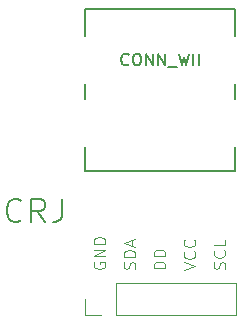
<source format=gbr>
%TF.GenerationSoftware,KiCad,Pcbnew,9.0.0*%
%TF.CreationDate,2025-10-27T19:43:47+01:00*%
%TF.ProjectId,wii_breakout_mount,7769695f-6272-4656-916b-6f75745f6d6f,rev?*%
%TF.SameCoordinates,Original*%
%TF.FileFunction,Legend,Top*%
%TF.FilePolarity,Positive*%
%FSLAX46Y46*%
G04 Gerber Fmt 4.6, Leading zero omitted, Abs format (unit mm)*
G04 Created by KiCad (PCBNEW 9.0.0) date 2025-10-27 19:43:47*
%MOMM*%
%LPD*%
G01*
G04 APERTURE LIST*
%ADD10C,0.100000*%
%ADD11C,0.150000*%
%ADD12C,0.120000*%
G04 APERTURE END LIST*
D10*
X120951919Y-70274572D02*
X121951919Y-69941239D01*
X121951919Y-69941239D02*
X120951919Y-69607906D01*
X121856680Y-68703144D02*
X121904300Y-68750763D01*
X121904300Y-68750763D02*
X121951919Y-68893620D01*
X121951919Y-68893620D02*
X121951919Y-68988858D01*
X121951919Y-68988858D02*
X121904300Y-69131715D01*
X121904300Y-69131715D02*
X121809061Y-69226953D01*
X121809061Y-69226953D02*
X121713823Y-69274572D01*
X121713823Y-69274572D02*
X121523347Y-69322191D01*
X121523347Y-69322191D02*
X121380490Y-69322191D01*
X121380490Y-69322191D02*
X121190014Y-69274572D01*
X121190014Y-69274572D02*
X121094776Y-69226953D01*
X121094776Y-69226953D02*
X120999538Y-69131715D01*
X120999538Y-69131715D02*
X120951919Y-68988858D01*
X120951919Y-68988858D02*
X120951919Y-68893620D01*
X120951919Y-68893620D02*
X120999538Y-68750763D01*
X120999538Y-68750763D02*
X121047157Y-68703144D01*
X121856680Y-67703144D02*
X121904300Y-67750763D01*
X121904300Y-67750763D02*
X121951919Y-67893620D01*
X121951919Y-67893620D02*
X121951919Y-67988858D01*
X121951919Y-67988858D02*
X121904300Y-68131715D01*
X121904300Y-68131715D02*
X121809061Y-68226953D01*
X121809061Y-68226953D02*
X121713823Y-68274572D01*
X121713823Y-68274572D02*
X121523347Y-68322191D01*
X121523347Y-68322191D02*
X121380490Y-68322191D01*
X121380490Y-68322191D02*
X121190014Y-68274572D01*
X121190014Y-68274572D02*
X121094776Y-68226953D01*
X121094776Y-68226953D02*
X120999538Y-68131715D01*
X120999538Y-68131715D02*
X120951919Y-67988858D01*
X120951919Y-67988858D02*
X120951919Y-67893620D01*
X120951919Y-67893620D02*
X120999538Y-67750763D01*
X120999538Y-67750763D02*
X121047157Y-67703144D01*
X116824300Y-70179334D02*
X116871919Y-70036477D01*
X116871919Y-70036477D02*
X116871919Y-69798382D01*
X116871919Y-69798382D02*
X116824300Y-69703144D01*
X116824300Y-69703144D02*
X116776680Y-69655525D01*
X116776680Y-69655525D02*
X116681442Y-69607906D01*
X116681442Y-69607906D02*
X116586204Y-69607906D01*
X116586204Y-69607906D02*
X116490966Y-69655525D01*
X116490966Y-69655525D02*
X116443347Y-69703144D01*
X116443347Y-69703144D02*
X116395728Y-69798382D01*
X116395728Y-69798382D02*
X116348109Y-69988858D01*
X116348109Y-69988858D02*
X116300490Y-70084096D01*
X116300490Y-70084096D02*
X116252871Y-70131715D01*
X116252871Y-70131715D02*
X116157633Y-70179334D01*
X116157633Y-70179334D02*
X116062395Y-70179334D01*
X116062395Y-70179334D02*
X115967157Y-70131715D01*
X115967157Y-70131715D02*
X115919538Y-70084096D01*
X115919538Y-70084096D02*
X115871919Y-69988858D01*
X115871919Y-69988858D02*
X115871919Y-69750763D01*
X115871919Y-69750763D02*
X115919538Y-69607906D01*
X116871919Y-69179334D02*
X115871919Y-69179334D01*
X115871919Y-69179334D02*
X115871919Y-68941239D01*
X115871919Y-68941239D02*
X115919538Y-68798382D01*
X115919538Y-68798382D02*
X116014776Y-68703144D01*
X116014776Y-68703144D02*
X116110014Y-68655525D01*
X116110014Y-68655525D02*
X116300490Y-68607906D01*
X116300490Y-68607906D02*
X116443347Y-68607906D01*
X116443347Y-68607906D02*
X116633823Y-68655525D01*
X116633823Y-68655525D02*
X116729061Y-68703144D01*
X116729061Y-68703144D02*
X116824300Y-68798382D01*
X116824300Y-68798382D02*
X116871919Y-68941239D01*
X116871919Y-68941239D02*
X116871919Y-69179334D01*
X116586204Y-68226953D02*
X116586204Y-67750763D01*
X116871919Y-68322191D02*
X115871919Y-67988858D01*
X115871919Y-67988858D02*
X116871919Y-67655525D01*
X124444300Y-70179334D02*
X124491919Y-70036477D01*
X124491919Y-70036477D02*
X124491919Y-69798382D01*
X124491919Y-69798382D02*
X124444300Y-69703144D01*
X124444300Y-69703144D02*
X124396680Y-69655525D01*
X124396680Y-69655525D02*
X124301442Y-69607906D01*
X124301442Y-69607906D02*
X124206204Y-69607906D01*
X124206204Y-69607906D02*
X124110966Y-69655525D01*
X124110966Y-69655525D02*
X124063347Y-69703144D01*
X124063347Y-69703144D02*
X124015728Y-69798382D01*
X124015728Y-69798382D02*
X123968109Y-69988858D01*
X123968109Y-69988858D02*
X123920490Y-70084096D01*
X123920490Y-70084096D02*
X123872871Y-70131715D01*
X123872871Y-70131715D02*
X123777633Y-70179334D01*
X123777633Y-70179334D02*
X123682395Y-70179334D01*
X123682395Y-70179334D02*
X123587157Y-70131715D01*
X123587157Y-70131715D02*
X123539538Y-70084096D01*
X123539538Y-70084096D02*
X123491919Y-69988858D01*
X123491919Y-69988858D02*
X123491919Y-69750763D01*
X123491919Y-69750763D02*
X123539538Y-69607906D01*
X124396680Y-68607906D02*
X124444300Y-68655525D01*
X124444300Y-68655525D02*
X124491919Y-68798382D01*
X124491919Y-68798382D02*
X124491919Y-68893620D01*
X124491919Y-68893620D02*
X124444300Y-69036477D01*
X124444300Y-69036477D02*
X124349061Y-69131715D01*
X124349061Y-69131715D02*
X124253823Y-69179334D01*
X124253823Y-69179334D02*
X124063347Y-69226953D01*
X124063347Y-69226953D02*
X123920490Y-69226953D01*
X123920490Y-69226953D02*
X123730014Y-69179334D01*
X123730014Y-69179334D02*
X123634776Y-69131715D01*
X123634776Y-69131715D02*
X123539538Y-69036477D01*
X123539538Y-69036477D02*
X123491919Y-68893620D01*
X123491919Y-68893620D02*
X123491919Y-68798382D01*
X123491919Y-68798382D02*
X123539538Y-68655525D01*
X123539538Y-68655525D02*
X123587157Y-68607906D01*
X124491919Y-67703144D02*
X124491919Y-68179334D01*
X124491919Y-68179334D02*
X123491919Y-68179334D01*
X119411919Y-70131715D02*
X118411919Y-70131715D01*
X118411919Y-70131715D02*
X118411919Y-69893620D01*
X118411919Y-69893620D02*
X118459538Y-69750763D01*
X118459538Y-69750763D02*
X118554776Y-69655525D01*
X118554776Y-69655525D02*
X118650014Y-69607906D01*
X118650014Y-69607906D02*
X118840490Y-69560287D01*
X118840490Y-69560287D02*
X118983347Y-69560287D01*
X118983347Y-69560287D02*
X119173823Y-69607906D01*
X119173823Y-69607906D02*
X119269061Y-69655525D01*
X119269061Y-69655525D02*
X119364300Y-69750763D01*
X119364300Y-69750763D02*
X119411919Y-69893620D01*
X119411919Y-69893620D02*
X119411919Y-70131715D01*
X119411919Y-69131715D02*
X118411919Y-69131715D01*
X118411919Y-69131715D02*
X118411919Y-68893620D01*
X118411919Y-68893620D02*
X118459538Y-68750763D01*
X118459538Y-68750763D02*
X118554776Y-68655525D01*
X118554776Y-68655525D02*
X118650014Y-68607906D01*
X118650014Y-68607906D02*
X118840490Y-68560287D01*
X118840490Y-68560287D02*
X118983347Y-68560287D01*
X118983347Y-68560287D02*
X119173823Y-68607906D01*
X119173823Y-68607906D02*
X119269061Y-68655525D01*
X119269061Y-68655525D02*
X119364300Y-68750763D01*
X119364300Y-68750763D02*
X119411919Y-68893620D01*
X119411919Y-68893620D02*
X119411919Y-69131715D01*
X113379538Y-69607906D02*
X113331919Y-69703144D01*
X113331919Y-69703144D02*
X113331919Y-69846001D01*
X113331919Y-69846001D02*
X113379538Y-69988858D01*
X113379538Y-69988858D02*
X113474776Y-70084096D01*
X113474776Y-70084096D02*
X113570014Y-70131715D01*
X113570014Y-70131715D02*
X113760490Y-70179334D01*
X113760490Y-70179334D02*
X113903347Y-70179334D01*
X113903347Y-70179334D02*
X114093823Y-70131715D01*
X114093823Y-70131715D02*
X114189061Y-70084096D01*
X114189061Y-70084096D02*
X114284300Y-69988858D01*
X114284300Y-69988858D02*
X114331919Y-69846001D01*
X114331919Y-69846001D02*
X114331919Y-69750763D01*
X114331919Y-69750763D02*
X114284300Y-69607906D01*
X114284300Y-69607906D02*
X114236680Y-69560287D01*
X114236680Y-69560287D02*
X113903347Y-69560287D01*
X113903347Y-69560287D02*
X113903347Y-69750763D01*
X114331919Y-69131715D02*
X113331919Y-69131715D01*
X113331919Y-69131715D02*
X114331919Y-68560287D01*
X114331919Y-68560287D02*
X113331919Y-68560287D01*
X114331919Y-68084096D02*
X113331919Y-68084096D01*
X113331919Y-68084096D02*
X113331919Y-67846001D01*
X113331919Y-67846001D02*
X113379538Y-67703144D01*
X113379538Y-67703144D02*
X113474776Y-67607906D01*
X113474776Y-67607906D02*
X113570014Y-67560287D01*
X113570014Y-67560287D02*
X113760490Y-67512668D01*
X113760490Y-67512668D02*
X113903347Y-67512668D01*
X113903347Y-67512668D02*
X114093823Y-67560287D01*
X114093823Y-67560287D02*
X114189061Y-67607906D01*
X114189061Y-67607906D02*
X114284300Y-67703144D01*
X114284300Y-67703144D02*
X114331919Y-67846001D01*
X114331919Y-67846001D02*
X114331919Y-68084096D01*
D11*
X107217731Y-66056961D02*
X107122493Y-66152200D01*
X107122493Y-66152200D02*
X106836779Y-66247438D01*
X106836779Y-66247438D02*
X106646303Y-66247438D01*
X106646303Y-66247438D02*
X106360588Y-66152200D01*
X106360588Y-66152200D02*
X106170112Y-65961723D01*
X106170112Y-65961723D02*
X106074874Y-65771247D01*
X106074874Y-65771247D02*
X105979636Y-65390295D01*
X105979636Y-65390295D02*
X105979636Y-65104580D01*
X105979636Y-65104580D02*
X106074874Y-64723628D01*
X106074874Y-64723628D02*
X106170112Y-64533152D01*
X106170112Y-64533152D02*
X106360588Y-64342676D01*
X106360588Y-64342676D02*
X106646303Y-64247438D01*
X106646303Y-64247438D02*
X106836779Y-64247438D01*
X106836779Y-64247438D02*
X107122493Y-64342676D01*
X107122493Y-64342676D02*
X107217731Y-64437914D01*
X109217731Y-66247438D02*
X108551064Y-65295057D01*
X108074874Y-66247438D02*
X108074874Y-64247438D01*
X108074874Y-64247438D02*
X108836779Y-64247438D01*
X108836779Y-64247438D02*
X109027255Y-64342676D01*
X109027255Y-64342676D02*
X109122493Y-64437914D01*
X109122493Y-64437914D02*
X109217731Y-64628390D01*
X109217731Y-64628390D02*
X109217731Y-64914104D01*
X109217731Y-64914104D02*
X109122493Y-65104580D01*
X109122493Y-65104580D02*
X109027255Y-65199819D01*
X109027255Y-65199819D02*
X108836779Y-65295057D01*
X108836779Y-65295057D02*
X108074874Y-65295057D01*
X110646303Y-64247438D02*
X110646303Y-65676009D01*
X110646303Y-65676009D02*
X110551064Y-65961723D01*
X110551064Y-65961723D02*
X110360588Y-66152200D01*
X110360588Y-66152200D02*
X110074874Y-66247438D01*
X110074874Y-66247438D02*
X109884398Y-66247438D01*
X116309524Y-52859580D02*
X116261905Y-52907200D01*
X116261905Y-52907200D02*
X116119048Y-52954819D01*
X116119048Y-52954819D02*
X116023810Y-52954819D01*
X116023810Y-52954819D02*
X115880953Y-52907200D01*
X115880953Y-52907200D02*
X115785715Y-52811961D01*
X115785715Y-52811961D02*
X115738096Y-52716723D01*
X115738096Y-52716723D02*
X115690477Y-52526247D01*
X115690477Y-52526247D02*
X115690477Y-52383390D01*
X115690477Y-52383390D02*
X115738096Y-52192914D01*
X115738096Y-52192914D02*
X115785715Y-52097676D01*
X115785715Y-52097676D02*
X115880953Y-52002438D01*
X115880953Y-52002438D02*
X116023810Y-51954819D01*
X116023810Y-51954819D02*
X116119048Y-51954819D01*
X116119048Y-51954819D02*
X116261905Y-52002438D01*
X116261905Y-52002438D02*
X116309524Y-52050057D01*
X116928572Y-51954819D02*
X117119048Y-51954819D01*
X117119048Y-51954819D02*
X117214286Y-52002438D01*
X117214286Y-52002438D02*
X117309524Y-52097676D01*
X117309524Y-52097676D02*
X117357143Y-52288152D01*
X117357143Y-52288152D02*
X117357143Y-52621485D01*
X117357143Y-52621485D02*
X117309524Y-52811961D01*
X117309524Y-52811961D02*
X117214286Y-52907200D01*
X117214286Y-52907200D02*
X117119048Y-52954819D01*
X117119048Y-52954819D02*
X116928572Y-52954819D01*
X116928572Y-52954819D02*
X116833334Y-52907200D01*
X116833334Y-52907200D02*
X116738096Y-52811961D01*
X116738096Y-52811961D02*
X116690477Y-52621485D01*
X116690477Y-52621485D02*
X116690477Y-52288152D01*
X116690477Y-52288152D02*
X116738096Y-52097676D01*
X116738096Y-52097676D02*
X116833334Y-52002438D01*
X116833334Y-52002438D02*
X116928572Y-51954819D01*
X117785715Y-52954819D02*
X117785715Y-51954819D01*
X117785715Y-51954819D02*
X118357143Y-52954819D01*
X118357143Y-52954819D02*
X118357143Y-51954819D01*
X118833334Y-52954819D02*
X118833334Y-51954819D01*
X118833334Y-51954819D02*
X119404762Y-52954819D01*
X119404762Y-52954819D02*
X119404762Y-51954819D01*
X119642858Y-53050057D02*
X120404762Y-53050057D01*
X120547620Y-51954819D02*
X120785715Y-52954819D01*
X120785715Y-52954819D02*
X120976191Y-52240533D01*
X120976191Y-52240533D02*
X121166667Y-52954819D01*
X121166667Y-52954819D02*
X121404763Y-51954819D01*
X121785715Y-52954819D02*
X121785715Y-51954819D01*
X122261905Y-52954819D02*
X122261905Y-51954819D01*
D12*
%TO.C,REF\u002A\u002A*%
X112595000Y-74051600D02*
X112595000Y-72721600D01*
X113925000Y-74051600D02*
X112595000Y-74051600D01*
X115195000Y-71391600D02*
X125415000Y-71391600D01*
X115195000Y-74051600D02*
X115195000Y-71391600D01*
X115195000Y-74051600D02*
X125415000Y-74051600D01*
X125415000Y-74051600D02*
X125415000Y-71391600D01*
D11*
%TO.C,P1*%
X112650000Y-48142000D02*
X125350000Y-48142000D01*
X112650000Y-50428000D02*
X112650000Y-48142000D01*
X112650000Y-55762000D02*
X112650000Y-54492000D01*
X112650000Y-61858000D02*
X112650000Y-59826000D01*
X125350000Y-48142000D02*
X125350000Y-50428000D01*
X125350000Y-55762000D02*
X125350000Y-54492000D01*
X125350000Y-61858000D02*
X112650000Y-61858000D01*
X125350000Y-61858000D02*
X125350000Y-59826000D01*
%TD*%
M02*

</source>
